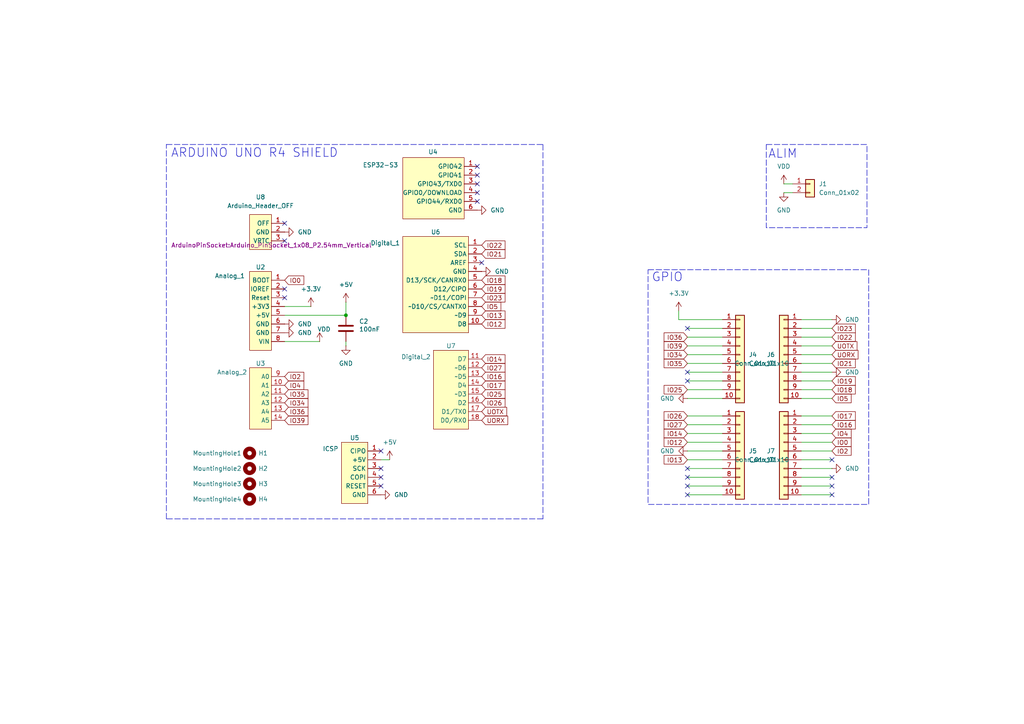
<source format=kicad_sch>
(kicad_sch (version 20250114) (generator "eeschema") (generator_version "9.0")
  (paper "A4")
  (title_block (title "D1R32InterfaceShield") (date "2025-11-04") (rev "1.0") (company "Florian Pasco"))
  (lib_symbols
    (symbol "Connector_Arduino:Arduino_Header_Analog_1"
      (property "Reference" "U" (at -5.08 6.35 0))
      (property "Value" "Arduino_Header_Analog_1" (at -2.54 8.89 0))
      (symbol "Arduino_Header_Analog_1_0_1"
        (rectangle (start -6.35 5.08) (end 0 -17.78) (fill (type background)))
      )
      (symbol "Arduino_Header_Analog_1_1_1"
        (pin input line (at 3.81 2.54 180) (length 3.81) (name "BOOT") (number "1"))
        (pin power_out line (at 3.81 0 180) (length 3.81) (name "IOREF") (number "2"))
        (pin input line (at 3.81 -2.54 180) (length 3.81) (name "Reset") (number "3"))
        (pin power_out line (at 3.81 -5.08 180) (length 3.81) (name "+3V3") (number "4"))
        (pin power_out line (at 3.81 -7.62 180) (length 3.81) (name "+5V") (number "5"))
        (pin power_out line (at 3.81 -10.16 180) (length 3.81) (name "GND") (number "6"))
        (pin power_out line (at 3.81 -12.7 180) (length 3.81) (name "GND") (number "7"))
        (pin power_out line (at 3.81 -15.24 180) (length 3.81) (name "VIN") (number "8"))
      )
    )
    (symbol "Connector_Arduino:Arduino_Header_Analog_2"
      (property "Reference" "U" (at -5.08 6.35 0))
      (property "Value" "Arduino_Header_Analog_2" (at -2.54 8.89 0))
      (symbol "Arduino_Header_Analog_2_0_1"
        (rectangle (start -6.35 5.08) (end 0 -12.7) (fill (type background)))
      )
      (symbol "Arduino_Header_Analog_2_1_1"
        (pin bidirectional line (at 3.81 2.54 180) (length 3.81) (name "A0") (number "9"))
        (pin bidirectional line (at 3.81 0 180) (length 3.81) (name "A1") (number "10"))
        (pin bidirectional line (at 3.81 -2.54 180) (length 3.81) (name "A2") (number "11"))
        (pin bidirectional line (at 3.81 -5.08 180) (length 3.81) (name "A3") (number "12"))
        (pin bidirectional line (at 3.81 -7.62 180) (length 3.81) (name "A4") (number "13"))
        (pin bidirectional line (at 3.81 -10.16 180) (length 3.81) (name "A5") (number "14"))
      )
    )
    (symbol "Connector_Arduino:Arduino_Header_Digital_1"
      (property "Reference" "U" (at -5.08 6.35 0))
      (property "Value" "Arduino_Header_Digital_1" (at -2.54 8.89 0))
      (symbol "Arduino_Header_Digital_1_0_1"
        (rectangle (start -19.05 5.08) (end 0 -22.86) (fill (type background)))
      )
      (symbol "Arduino_Header_Digital_1_1_1"
        (pin bidirectional line (at 3.81 2.54 180) (length 3.81) (name "SCL") (number "1"))
        (pin bidirectional line (at 3.81 0 180) (length 3.81) (name "SDA") (number "2"))
        (pin output line (at 3.81 -2.54 180) (length 3.81) (name "AREF") (number "3"))
        (pin power_out line (at 3.81 -5.08 180) (length 3.81) (name "GND") (number "4"))
        (pin bidirectional line (at 3.81 -7.62 180) (length 3.81) (name "D13/SCK/CANRX0") (number "5"))
        (pin bidirectional line (at 3.81 -10.16 180) (length 3.81) (name "D12/CIPO") (number "6"))
        (pin bidirectional line (at 3.81 -12.7 180) (length 3.81) (name "~D11/COPI") (number "7"))
        (pin bidirectional line (at 3.81 -15.24 180) (length 3.81) (name "~D10/CS/CANTX0") (number "8"))
        (pin bidirectional line (at 3.81 -17.78 180) (length 3.81) (name "~D9") (number "9"))
        (pin bidirectional line (at 3.81 -20.32 180) (length 3.81) (name "D8") (number "10"))
      )
    )
    (symbol "Connector_Arduino:Arduino_Header_Digital_2"
      (property "Reference" "U" (at -5.08 6.35 0))
      (property "Value" "Arduino_Header_Digital_2" (at -2.54 8.89 0))
      (symbol "Arduino_Header_Digital_2_0_1"
        (rectangle (start -10.16 5.08) (end 0 -17.78) (fill (type background)))
      )
      (symbol "Arduino_Header_Digital_2_1_1"
        (pin bidirectional line (at 3.81 2.54 180) (length 3.81) (name "D7") (number "11"))
        (pin bidirectional line (at 3.81 0 180) (length 3.81) (name "~D6") (number "12"))
        (pin bidirectional line (at 3.81 -2.54 180) (length 3.81) (name "~D5") (number "13"))
        (pin bidirectional line (at 3.81 -5.08 180) (length 3.81) (name "D4") (number "14"))
        (pin bidirectional line (at 3.81 -7.62 180) (length 3.81) (name "~D3") (number "15"))
        (pin bidirectional line (at 3.81 -10.16 180) (length 3.81) (name "D2") (number "16"))
        (pin bidirectional line (at 3.81 -12.7 180) (length 3.81) (name "D1/TX0") (number "17"))
        (pin bidirectional line (at 3.81 -15.24 180) (length 3.81) (name "D0/RX0") (number "18"))
      )
    )
    (symbol "Connector_Arduino:Arduino_Header_ESP32-S3"
      (property "Reference" "U" (at -5.08 6.35 0))
      (property "Value" "Arduino_Header_ESP32-S3" (at -2.54 8.89 0))
      (symbol "Arduino_Header_ESP32-S3_0_1"
        (rectangle (start -17.78 5.08) (end 0 -12.7) (fill (type background)))
      )
      (symbol "Arduino_Header_ESP32-S3_1_1"
        (pin bidirectional line (at 3.81 2.54 180) (length 3.81) (name "GPIO42") (number "1"))
        (pin bidirectional line (at 3.81 0 180) (length 3.81) (name "GPIO41") (number "2"))
        (pin bidirectional line (at 3.81 -2.54 180) (length 3.81) (name "GPIO43/TXD0") (number "3"))
        (pin bidirectional line (at 3.81 -5.08 180) (length 3.81) (name "GPIO0/DOWNLOAD") (number "4"))
        (pin bidirectional line (at 3.81 -7.62 180) (length 3.81) (name "GPIO44/RXD0") (number "5"))
        (pin power_out line (at 3.81 -10.16 180) (length 3.81) (name "GND") (number "6"))
      )
    )
    (symbol "Connector_Arduino:Arduino_Header_ICSP"
      (property "Reference" "U" (at -5.08 6.35 0))
      (property "Value" "Arduino_Header_ICSP" (at -2.54 8.89 0))
      (symbol "Arduino_Header_ICSP_0_1"
        (rectangle (start -7.62 5.08) (end 0 -12.7) (fill (type background)))
      )
      (symbol "Arduino_Header_ICSP_1_1"
        (pin bidirectional line (at 3.81 2.54 180) (length 3.81) (name "CIPO") (number "1"))
        (pin power_out line (at 3.81 0 180) (length 3.81) (name "+5V") (number "2"))
        (pin bidirectional line (at 3.81 -2.54 180) (length 3.81) (name "SCK") (number "3"))
        (pin bidirectional line (at 3.81 -5.08 180) (length 3.81) (name "COPI") (number "4"))
        (pin bidirectional line (at 3.81 -7.62 180) (length 3.81) (name "RESET") (number "5"))
        (pin power_out line (at 3.81 -10.16 180) (length 3.81) (name "GND") (number "6"))
      )
    )
    (symbol "Connector_Arduino:Arduino_Header_OFF"
      (property "Reference" "U" (at -5.08 6.35 0))
      (property "Value" "Arduino_Header_OFF" (at -2.54 8.89 0))
      (symbol "Arduino_Header_OFF_0_1"
        (rectangle (start -6.35 5.08) (end 0 -5.08) (fill (type background)))
      )
      (symbol "Arduino_Header_OFF_1_1"
        (pin input line (at 3.81 2.54 180) (length 3.81) (name "OFF") (number "1"))
        (pin power_out line (at 3.81 0 180) (length 3.81) (name "GND") (number "2"))
        (pin power_in line (at 3.81 -2.54 180) (length 3.81) (name "VRTC") (number "3"))
      )
    )
    (symbol "Connector_Generic:Conn_01x02" (pin_names (offset 1.016) (hide yes))
      (property "Reference" "J" (at 0 2.54 0))
      (property "Value" "Conn_01x02" (at 0 -5.08 0))
      (symbol "Conn_01x02_1_1"
        (rectangle (start -1.27 1.27) (end 1.27 -3.81) (stroke (width 0.254)) (fill (type background)))
        (rectangle (start -1.27 0.127) (end 0 -0.127) (stroke (width 0.1524)))
        (rectangle (start -1.27 -2.413) (end 0 -2.667) (stroke (width 0.1524)))
        (pin passive line (at -5.08 0 0) (length 3.81) (name "Pin_1") (number "1"))
        (pin passive line (at -5.08 -2.54 0) (length 3.81) (name "Pin_2") (number "2"))
      )
    )
    (symbol "Connector_Generic:Conn_01x10" (pin_names (offset 1.016) (hide yes))
      (property "Reference" "J" (at 0 12.7 0))
      (property "Value" "Conn_01x10" (at 0 -15.24 0))
      (symbol "Conn_01x10_1_1"
        (rectangle (start -1.27 11.43) (end 1.27 -13.97) (stroke (width 0.254)) (fill (type background)))
        (rectangle (start -1.27 10.287) (end 0 10.033) (stroke (width 0.1524)))
        (rectangle (start -1.27 7.747) (end 0 7.493) (stroke (width 0.1524)))
        (rectangle (start -1.27 5.207) (end 0 4.953) (stroke (width 0.1524)))
        (rectangle (start -1.27 2.667) (end 0 2.413) (stroke (width 0.1524)))
        (rectangle (start -1.27 0.127) (end 0 -0.127) (stroke (width 0.1524)))
        (rectangle (start -1.27 -2.413) (end 0 -2.667) (stroke (width 0.1524)))
        (rectangle (start -1.27 -4.953) (end 0 -5.207) (stroke (width 0.1524)))
        (rectangle (start -1.27 -7.493) (end 0 -7.747) (stroke (width 0.1524)))
        (rectangle (start -1.27 -10.033) (end 0 -10.287) (stroke (width 0.1524)))
        (rectangle (start -1.27 -12.573) (end 0 -12.827) (stroke (width 0.1524)))
        (pin passive line (at -5.08 10.16 0) (length 3.81) (name "Pin_1") (number "1"))
        (pin passive line (at -5.08 7.62 0) (length 3.81) (name "Pin_2") (number "2"))
        (pin passive line (at -5.08 5.08 0) (length 3.81) (name "Pin_3") (number "3"))
        (pin passive line (at -5.08 2.54 0) (length 3.81) (name "Pin_4") (number "4"))
        (pin passive line (at -5.08 0 0) (length 3.81) (name "Pin_5") (number "5"))
        (pin passive line (at -5.08 -2.54 0) (length 3.81) (name "Pin_6") (number "6"))
        (pin passive line (at -5.08 -5.08 0) (length 3.81) (name "Pin_7") (number "7"))
        (pin passive line (at -5.08 -7.62 0) (length 3.81) (name "Pin_8") (number "8"))
        (pin passive line (at -5.08 -10.16 0) (length 3.81) (name "Pin_9") (number "9"))
        (pin passive line (at -5.08 -12.7 0) (length 3.81) (name "Pin_10") (number "10"))
      )
    )
    (symbol "Device:C" (pin_numbers (hide yes)) (pin_names (offset 0.254))
      (property "Reference" "C" (at 0.635 2.54 0))
      (property "Value" "C" (at 0.635 -2.54 0))
      (symbol "C_0_1"
        (polyline (pts (xy -2.032 0.762) (xy 2.032 0.762)) (stroke (width 0.508)))
        (polyline (pts (xy -2.032 -0.762) (xy 2.032 -0.762)) (stroke (width 0.508)))
      )
      (symbol "C_1_1"
        (pin passive line (at 0 3.81 270) (length 2.794) (name "~") (number "1"))
        (pin passive line (at 0 -3.81 90) (length 2.794) (name "~") (number "2"))
      )
    )
    (symbol "Mechanical_Arduino:MountingHole_Arduino" (pin_names (offset 1.016))
      (property "Reference" "H" (at 0 5.08 0))
      (property "Value" "MountingHole_Arduino" (at 0 3.175 0))
      (symbol "MountingHole_Arduino_0_1"
        (circle (center 0 0) (radius 1.27) (stroke (width 1.27)))
      )
    )
    (symbol "power:+3.3V" (power) (pin_numbers (hide yes)) (pin_names (offset 0) (hide yes))
      (property "Value" "+3.3V" (at 0 3.556 0))
      (symbol "+3.3V_0_1"
        (polyline (pts (xy -0.762 1.27) (xy 0 2.54)))
        (polyline (pts (xy 0 2.54) (xy 0.762 1.27)))
        (polyline (pts (xy 0 0) (xy 0 2.54)))
      )
      (symbol "+3.3V_1_1"
        (pin power_in line (at 0 0 90) (length 0) (name "~") (number "1"))
      )
    )
    (symbol "power:+5V" (power) (pin_numbers (hide yes)) (pin_names (offset 0) (hide yes))
      (property "Value" "+5V" (at 0 3.556 0))
      (symbol "+5V_0_1"
        (polyline (pts (xy -0.762 1.27) (xy 0 2.54)))
        (polyline (pts (xy 0 2.54) (xy 0.762 1.27)))
        (polyline (pts (xy 0 0) (xy 0 2.54)))
      )
      (symbol "+5V_1_1"
        (pin power_in line (at 0 0 90) (length 0) (name "~") (number "1"))
      )
    )
    (symbol "power:GND" (power) (pin_numbers (hide yes)) (pin_names (offset 0) (hide yes))
      (property "Value" "GND" (at 0 -3.81 0))
      (symbol "GND_0_1"
        (polyline (pts (xy 0 0) (xy 0 -1.27) (xy 1.27 -1.27) (xy 0 -2.54) (xy -1.27 -1.27) (xy 0 -1.27)))
      )
      (symbol "GND_1_1"
        (pin power_in line (at 0 0 270) (length 0) (name "~") (number "1"))
      )
    )
    (symbol "power:VDD" (power) (pin_numbers (hide yes)) (pin_names (offset 0) (hide yes))
      (property "Value" "VDD" (at 0 3.556 0))
      (symbol "VDD_0_1"
        (polyline (pts (xy -0.762 1.27) (xy 0 2.54)))
        (polyline (pts (xy 0 2.54) (xy 0.762 1.27)))
        (polyline (pts (xy 0 0) (xy 0 2.54)))
      )
      (symbol "VDD_1_1"
        (pin power_in line (at 0 0 90) (length 0) (name "~") (number "1"))
      )
    )
  )
  (rectangle (start 187.96 78.232) (end 251.968 146.304) (stroke (width 0) (type dash)))
  (rectangle (start 222.25 41.91) (end 251.46 66.04) (stroke (width 0) (type dash)))
  (text "GPIO" (at 188.976 80.518 0) (effects (font (size 2.54 2.54)) (justify left)))
  (text "ARDUINO UNO R4 SHIELD\n" (at 49.53 44.45 0) (effects (font (size 2.54 2.54)) (justify left)))
  (text "ALIM" (at 222.758 44.704 0) (effects (font (size 2.54 2.54)) (justify left)))
  (junction (at 100.33 91.44))
  (no_connect (at 199.39 138.43))
  (no_connect (at 199.39 135.89))
  (no_connect (at 199.39 110.49))
  (no_connect (at 138.43 53.34))
  (no_connect (at 82.55 83.82))
  (no_connect (at 110.49 140.97))
  (no_connect (at 241.3 138.43))
  (no_connect (at 110.49 138.43))
  (no_connect (at 82.55 86.36))
  (no_connect (at 199.39 107.95))
  (no_connect (at 199.39 95.25))
  (no_connect (at 82.55 69.85))
  (no_connect (at 138.43 48.26))
  (no_connect (at 241.3 140.97))
  (no_connect (at 138.43 55.88))
  (no_connect (at 138.43 50.8))
  (no_connect (at 199.39 143.51))
  (no_connect (at 110.49 130.81))
  (no_connect (at 139.7 76.2))
  (no_connect (at 110.49 135.89))
  (no_connect (at 199.39 140.97))
  (no_connect (at 241.3 133.35))
  (no_connect (at 138.43 58.42))
  (no_connect (at 241.3 143.51))
  (no_connect (at 82.55 64.77))
  (wire (pts (xy 82.55 99.06) (xy 92.71 99.06)))
  (polyline (pts (xy 48.26 41.91) (xy 157.48 41.91)) (stroke (width 0) (type dash)))
  (wire (pts (xy 232.41 123.19) (xy 241.3 123.19)))
  (wire (pts (xy 241.3 143.51) (xy 232.41 143.51)))
  (wire (pts (xy 241.3 140.97) (xy 232.41 140.97)))
  (wire (pts (xy 199.39 125.73) (xy 209.55 125.73)))
  (wire (pts (xy 199.39 107.95) (xy 209.55 107.95)))
  (wire (pts (xy 232.41 110.49) (xy 241.3 110.49)))
  (wire (pts (xy 100.33 99.06) (xy 100.33 100.33)))
  (wire (pts (xy 199.39 102.87) (xy 209.55 102.87)))
  (wire (pts (xy 227.33 55.88) (xy 229.87 55.88)))
  (wire (pts (xy 90.17 88.9) (xy 82.55 88.9)))
  (wire (pts (xy 82.55 91.44) (xy 100.33 91.44)))
  (wire (pts (xy 241.3 138.43) (xy 232.41 138.43)))
  (wire (pts (xy 232.41 125.73) (xy 241.3 125.73)))
  (wire (pts (xy 100.33 87.63) (xy 100.33 91.44)))
  (polyline (pts (xy 157.48 41.91) (xy 157.48 150.495)) (stroke (width 0) (type dash)))
  (polyline (pts (xy 48.26 150.495) (xy 48.26 41.91)) (stroke (width 0) (type dash)))
  (wire (pts (xy 199.39 133.35) (xy 209.55 133.35)))
  (wire (pts (xy 232.41 120.65) (xy 241.3 120.65)))
  (wire (pts (xy 232.41 135.89) (xy 241.3 135.89)))
  (wire (pts (xy 227.33 53.34) (xy 229.87 53.34)))
  (wire (pts (xy 232.41 133.35) (xy 241.3 133.35)))
  (wire (pts (xy 199.39 140.97) (xy 209.55 140.97)))
  (wire (pts (xy 199.39 120.65) (xy 209.55 120.65)))
  (wire (pts (xy 199.39 143.51) (xy 209.55 143.51)))
  (wire (pts (xy 199.39 130.81) (xy 209.55 130.81)))
  (wire (pts (xy 196.85 90.17) (xy 196.85 92.71)))
  (wire (pts (xy 199.39 123.19) (xy 209.55 123.19)))
  (polyline (pts (xy 157.48 150.495) (xy 48.26 150.495)) (stroke (width 0) (type dash)))
  (wire (pts (xy 199.39 100.33) (xy 209.55 100.33)))
  (wire (pts (xy 199.39 105.41) (xy 209.55 105.41)))
  (wire (pts (xy 232.41 92.71) (xy 241.3 92.71)))
  (wire (pts (xy 199.39 97.79) (xy 209.55 97.79)))
  (wire (pts (xy 199.39 128.27) (xy 209.55 128.27)))
  (wire (pts (xy 199.39 115.57) (xy 209.55 115.57)))
  (wire (pts (xy 232.41 128.27) (xy 241.3 128.27)))
  (wire (pts (xy 113.03 133.35) (xy 110.49 133.35)))
  (wire (pts (xy 196.85 92.71) (xy 209.55 92.71)))
  (wire (pts (xy 199.39 95.25) (xy 209.55 95.25)))
  (wire (pts (xy 199.39 110.49) (xy 209.55 110.49)))
  (wire (pts (xy 232.41 105.41) (xy 241.3 105.41)))
  (wire (pts (xy 232.41 95.25) (xy 241.3 95.25)))
  (wire (pts (xy 232.41 130.81) (xy 241.3 130.81)))
  (wire (pts (xy 199.39 135.89) (xy 209.55 135.89)))
  (wire (pts (xy 199.39 138.43) (xy 209.55 138.43)))
  (wire (pts (xy 232.41 100.33) (xy 241.3 100.33)))
  (wire (pts (xy 232.41 115.57) (xy 241.3 115.57)))
  (wire (pts (xy 199.39 113.03) (xy 209.55 113.03)))
  (wire (pts (xy 232.41 102.87) (xy 241.3 102.87)))
  (wire (pts (xy 232.41 107.95) (xy 241.3 107.95)))
  (wire (pts (xy 232.41 97.79) (xy 241.3 97.79)))
  (wire (pts (xy 232.41 113.03) (xy 241.3 113.03)))
  (global_label "IO35" (shape input) (at 82.55 114.3 0) (property "Intersheetrefs" "${INTERSHEET_REFS}" (effects (hide yes))))
  (global_label "IO34" (shape input) (at 82.55 116.84 0) (property "Intersheetrefs" "${INTERSHEET_REFS}" (effects (hide yes))))
  (global_label "IO36" (shape input) (at 199.39 97.79 180) (property "Intersheetrefs" "${INTERSHEET_REFS}" (effects (hide yes))))
  (global_label "IO19" (shape input) (at 241.3 110.49 0) (property "Intersheetrefs" "${INTERSHEET_REFS}" (effects (hide yes))))
  (global_label "IO2" (shape input) (at 82.55 109.22 0) (property "Intersheetrefs" "${INTERSHEET_REFS}" (effects (hide yes))))
  (global_label "IO14" (shape input) (at 139.7 104.14 0) (property "Intersheetrefs" "${INTERSHEET_REFS}" (effects (hide yes))))
  (global_label "IO25" (shape input) (at 139.7 114.3 0) (property "Intersheetrefs" "${INTERSHEET_REFS}" (effects (hide yes))))
  (global_label "IO5" (shape input) (at 139.7 88.9 0) (property "Intersheetrefs" "${INTERSHEET_REFS}" (effects (hide yes))))
  (global_label "IO17" (shape input) (at 241.3 120.65 0) (property "Intersheetrefs" "${INTERSHEET_REFS}" (effects (hide yes))))
  (global_label "IO23" (shape input) (at 139.7 86.36 0) (property "Intersheetrefs" "${INTERSHEET_REFS}" (effects (hide yes))))
  (global_label "IO2" (shape input) (at 241.3 130.81 0) (property "Intersheetrefs" "${INTERSHEET_REFS}" (effects (hide yes))))
  (global_label "IO18" (shape input) (at 139.7 81.28 0) (property "Intersheetrefs" "${INTERSHEET_REFS}" (effects (hide yes))))
  (global_label "IO22" (shape input) (at 241.3 97.79 0) (property "Intersheetrefs" "${INTERSHEET_REFS}" (effects (hide yes))))
  (global_label "IO16" (shape input) (at 241.3 123.19 0) (property "Intersheetrefs" "${INTERSHEET_REFS}" (effects (hide yes))))
  (global_label "IO17" (shape input) (at 139.7 111.76 0) (property "Intersheetrefs" "${INTERSHEET_REFS}" (effects (hide yes))))
  (global_label "IO4" (shape input) (at 241.3 125.73 0) (property "Intersheetrefs" "${INTERSHEET_REFS}" (effects (hide yes))))
  (global_label "IO27" (shape input) (at 139.7 106.68 0) (property "Intersheetrefs" "${INTERSHEET_REFS}" (effects (hide yes))))
  (global_label "IO13" (shape input) (at 199.39 133.35 180) (property "Intersheetrefs" "${INTERSHEET_REFS}" (effects (hide yes))))
  (global_label "IO22" (shape input) (at 139.7 71.12 0) (property "Intersheetrefs" "${INTERSHEET_REFS}" (effects (hide yes))))
  (global_label "IO12" (shape input) (at 139.7 93.98 0) (property "Intersheetrefs" "${INTERSHEET_REFS}" (effects (hide yes))))
  (global_label "IO14" (shape input) (at 199.39 125.73 180) (property "Intersheetrefs" "${INTERSHEET_REFS}" (effects (hide yes))))
  (global_label "UORX" (shape input) (at 241.3 102.87 0) (property "Intersheetrefs" "${INTERSHEET_REFS}" (effects (hide yes))))
  (global_label "IO39" (shape input) (at 199.39 100.33 180) (property "Intersheetrefs" "${INTERSHEET_REFS}" (effects (hide yes))))
  (global_label "IO0" (shape input) (at 82.55 81.28 0) (property "Intersheetrefs" "${INTERSHEET_REFS}" (effects (hide yes))))
  (global_label "IO13" (shape input) (at 139.7 91.44 0) (property "Intersheetrefs" "${INTERSHEET_REFS}" (effects (hide yes))))
  (global_label "IO12" (shape input) (at 199.39 128.27 180) (property "Intersheetrefs" "${INTERSHEET_REFS}" (effects (hide yes))))
  (global_label "IO4" (shape input) (at 82.55 111.76 0) (property "Intersheetrefs" "${INTERSHEET_REFS}" (effects (hide yes))))
  (global_label "IO34" (shape input) (at 199.39 102.87 180) (property "Intersheetrefs" "${INTERSHEET_REFS}" (effects (hide yes))))
  (global_label "UORX" (shape input) (at 139.7 121.92 0) (property "Intersheetrefs" "${INTERSHEET_REFS}" (effects (hide yes))))
  (global_label "IO27" (shape input) (at 199.39 123.19 180) (property "Intersheetrefs" "${INTERSHEET_REFS}" (effects (hide yes))))
  (global_label "IO25" (shape input) (at 199.39 113.03 180) (property "Intersheetrefs" "${INTERSHEET_REFS}" (effects (hide yes))))
  (global_label "IO36" (shape input) (at 82.55 119.38 0) (property "Intersheetrefs" "${INTERSHEET_REFS}" (effects (hide yes))))
  (global_label "IO35" (shape input) (at 199.39 105.41 180) (property "Intersheetrefs" "${INTERSHEET_REFS}" (effects (hide yes))))
  (global_label "IO39" (shape input) (at 82.55 121.92 0) (property "Intersheetrefs" "${INTERSHEET_REFS}" (effects (hide yes))))
  (global_label "IO26" (shape input) (at 199.39 120.65 180) (property "Intersheetrefs" "${INTERSHEET_REFS}" (effects (hide yes))))
  (global_label "IO0" (shape input) (at 241.3 128.27 0) (property "Intersheetrefs" "${INTERSHEET_REFS}" (effects (hide yes))))
  (global_label "IO26" (shape input) (at 139.7 116.84 0) (property "Intersheetrefs" "${INTERSHEET_REFS}" (effects (hide yes))))
  (global_label "IO19" (shape input) (at 139.7 83.82 0) (property "Intersheetrefs" "${INTERSHEET_REFS}" (effects (hide yes))))
  (global_label "UOTX" (shape input) (at 139.7 119.38 0) (property "Intersheetrefs" "${INTERSHEET_REFS}" (effects (hide yes))))
  (global_label "IO5" (shape input) (at 241.3 115.57 0) (property "Intersheetrefs" "${INTERSHEET_REFS}" (effects (hide yes))))
  (global_label "IO18" (shape input) (at 241.3 113.03 0) (property "Intersheetrefs" "${INTERSHEET_REFS}" (effects (hide yes))))
  (global_label "IO21" (shape input) (at 139.7 73.66 0) (property "Intersheetrefs" "${INTERSHEET_REFS}" (effects (hide yes))))
  (global_label "UOTX" (shape input) (at 241.3 100.33 0) (property "Intersheetrefs" "${INTERSHEET_REFS}" (effects (hide yes))))
  (global_label "IO16" (shape input) (at 139.7 109.22 0) (property "Intersheetrefs" "${INTERSHEET_REFS}" (effects (hide yes))))
  (global_label "IO21" (shape input) (at 241.3 105.41 0) (property "Intersheetrefs" "${INTERSHEET_REFS}" (effects (hide yes))))
  (global_label "IO23" (shape input) (at 241.3 95.25 0) (property "Intersheetrefs" "${INTERSHEET_REFS}" (effects (hide yes))))
  (symbol (lib_id "Connector_Generic:Conn_01x10") (at 227.33 130.81 0) (mirror y) (unit 1)
    (property "Reference" "J7" (at 224.79 130.8099 0) (effects (justify left)))
    (property "Value" "Conn_01x10" (at 224.79 133.3499 0) (effects (justify left)))
    (property "Footprint" "Connector_JST:JST_SH_SM10B-SRSS-TB_1x10-1MP_P1.00mm_Horizontal" (effects (hide yes)))
    (property "Description" "Generic connector, single row, 01x10, script generated (kicad-library-utils/schlib/autogen/connector/)" (effects (hide yes)))
  )
  (symbol (lib_id "power:VDD") (at 92.71 99.06 0) (unit 1)
    (property "Reference" "#PWR017" (effects (hide yes)))
    (property "Value" "VDD" (at 93.98 95.504 0))
    (property "Description" "Power symbol creates a global label with name \"VDD\"" (effects (hide yes)))
  )
  (symbol (lib_id "power:GND") (at 241.3 107.95 90) (unit 1)
    (property "Reference" "#PWR06" (effects (hide yes)))
    (property "Value" "GND" (at 245.11 107.9499 90) (effects (justify right)))
    (property "Description" "Power symbol creates a global label with name \"GND\" , ground" (effects (hide yes)))
  )
  (symbol (lib_id "power:GND") (at 138.43 60.96 90) (unit 1)
    (property "Reference" "#PWR011" (effects (hide yes)))
    (property "Value" "GND" (at 142.24 60.9599 90) (effects (justify right)))
    (property "Description" "Power symbol creates a global label with name \"GND\" , ground" (effects (hide yes)))
  )
  (symbol (lib_id "power:GND") (at 199.39 115.57 270) (unit 1)
    (property "Reference" "#PWR08" (effects (hide yes)))
    (property "Value" "GND" (at 195.58 115.5699 90) (effects (justify right)))
    (property "Description" "Power symbol creates a global label with name \"GND\" , ground" (effects (hide yes)))
  )
  (symbol (lib_id "Connector_Generic:Conn_01x10") (at 214.63 102.87 0) (unit 1)
    (property "Reference" "J4" (at 217.17 102.8699 0) (effects (justify left)))
    (property "Value" "Conn_01x10" (at 217.17 105.4099 0) (effects (justify left)))
    (property "Footprint" "Connector_JST:JST_SH_SM10B-SRSS-TB_1x10-1MP_P1.00mm_Horizontal" (effects (hide yes)))
    (property "Description" "Generic connector, single row, 01x10, script generated (kicad-library-utils/schlib/autogen/connector/)" (effects (hide yes)))
  )
  (symbol (lib_id "power:GND") (at 82.55 67.31 90) (unit 1)
    (property "Reference" "#PWR012" (effects (hide yes)))
    (property "Value" "GND" (at 86.36 67.3099 90) (effects (justify right)))
    (property "Description" "Power symbol creates a global label with name \"GND\" , ground" (effects (hide yes)))
  )
  (symbol (lib_id "Connector_Generic:Conn_01x10") (at 214.63 130.81 0) (unit 1)
    (property "Reference" "J5" (at 217.17 130.8099 0) (effects (justify left)))
    (property "Value" "Conn_01x10" (at 217.17 133.3499 0) (effects (justify left)))
    (property "Footprint" "Connector_JST:JST_SH_SM10B-SRSS-TB_1x10-1MP_P1.00mm_Horizontal" (effects (hide yes)))
    (property "Description" "Generic connector, single row, 01x10, script generated (kicad-library-utils/schlib/autogen/connector/)" (effects (hide yes)))
  )
  (symbol (lib_id "Connector_Arduino:Arduino_Header_Digital_2") (at 135.89 106.68 0) (unit 1)
    (property "Reference" "U7" (at 130.81 100.33 0))
    (property "Value" "Digital_2" (at 120.65 103.505 0))
    (property "Footprint" "ArduinoPinSocket:Arduino_PinSocket_1x08_P2.54mm_Vertical" (effects (hide yes)))
  )
  (symbol (lib_id "power:GND") (at 110.49 143.51 90) (unit 1)
    (property "Reference" "#PWR013" (effects (hide yes)))
    (property "Value" "GND" (at 114.3 143.5099 90) (effects (justify right)))
    (property "Description" "Power symbol creates a global label with name \"GND\" , ground" (effects (hide yes)))
  )
  (symbol (lib_id "Mechanical_Arduino:MountingHole_Arduino") (at 72.39 144.78 0) (unit 1)
    (property "Reference" "H4" (at 74.93 144.78 0) (effects (justify left)))
    (property "Value" "MountingHole4" (at 55.88 144.78 0) (effects (justify left)))
    (property "Footprint" "ArduinoMountingHole:Arduino_MountingHole" (effects (hide yes)))
  )
  (symbol (lib_id "Connector_Generic:Conn_01x02") (at 234.95 53.34 0) (unit 1)
    (property "Reference" "J1" (at 237.49 53.3399 0) (effects (justify left)))
    (property "Value" "Conn_01x02" (at 237.49 55.8799 0) (effects (justify left)))
    (property "Footprint" "Connector_JST:JST_PH_S2B-PH-SM4-TB_1x02-1MP_P2.00mm_Horizontal" (effects (hide yes)))
    (property "Description" "Generic connector, single row, 01x02, script generated (kicad-library-utils/schlib/autogen/connector/)" (effects (hide yes)))
  )
  (symbol (lib_id "Connector_Arduino:Arduino_Header_ICSP") (at 106.68 133.35 0) (unit 1)
    (property "Reference" "U5" (at 102.87 127 0))
    (property "Value" "ICSP" (at 95.885 130.175 0))
    (property "Footprint" "ArduinoPinSocket:Arduino_PinSocket_2x03_P2.54mm_Vertical" (effects (hide yes)))
  )
  (symbol (lib_id "Connector_Arduino:Arduino_Header_Analog_2") (at 78.74 111.76 0) (unit 1)
    (property "Reference" "U3" (at 75.565 105.41 0))
    (property "Value" "Analog_2" (at 67.31 107.95 0))
    (property "Footprint" "ArduinoPinSocket:Arduino_PinSocket_1x06_P2.54mm_Vertical" (effects (hide yes)))
  )
  (symbol (lib_id "Connector_Arduino:Arduino_Header_Digital_1") (at 135.89 73.66 0) (unit 1)
    (property "Reference" "U6" (at 126.365 67.31 0))
    (property "Value" "Digital_1" (at 111.76 70.485 0))
    (property "Footprint" "ArduinoPinSocket:Arduino_PinSocket_1x10_P2.54mm_Vertical" (effects (hide yes)))
  )
  (symbol (lib_id "power:GND") (at 139.7 78.74 90) (unit 1)
    (property "Reference" "#PWR03" (effects (hide yes)))
    (property "Value" "GND" (at 143.51 78.7399 90) (effects (justify right)))
    (property "Description" "Power symbol creates a global label with name \"GND\" , ground" (effects (hide yes)))
  )
  (symbol (lib_id "Connector_Arduino:Arduino_Header_OFF") (at 78.74 67.31 0) (unit 1)
    (property "Reference" "U8" (at 75.565 57.15 0))
    (property "Value" "Arduino_Header_OFF" (at 75.565 59.69 0))
    (property "Footprint" "ArduinoPinSocket:Arduino_PinSocket_1x03_P2.54mm_Vertical" (effects (hide yes)))
  )
  (symbol (lib_id "Connector_Arduino:Arduino_Header_ESP32-S3") (at 134.62 50.8 0) (unit 1)
    (property "Reference" "U4" (at 125.5971 44.0527 0))
    (property "Value" "ESP32-S3" (at 110.3571 47.8627 0))
    (property "Footprint" "ArduinoPinSocket:Arduino_PinSocket_2x03_P2.54mm_Vertical" (effects (hide yes)))
  )
  (symbol (lib_id "Connector_Generic:Conn_01x10") (at 227.33 102.87 0) (mirror y) (unit 1)
    (property "Reference" "J6" (at 224.79 102.8699 0) (effects (justify left)))
    (property "Value" "Conn_01x10" (at 224.79 105.4099 0) (effects (justify left)))
    (property "Footprint" "Connector_JST:JST_SH_SM10B-SRSS-TB_1x10-1MP_P1.00mm_Horizontal" (effects (hide yes)))
    (property "Description" "Generic connector, single row, 01x10, script generated (kicad-library-utils/schlib/autogen/connector/)" (effects (hide yes)))
  )
  (symbol (lib_id "power:GND") (at 82.55 96.52 90) (unit 1)
    (property "Reference" "#PWR010" (effects (hide yes)))
    (property "Value" "GND" (at 86.36 96.5199 90) (effects (justify right)))
    (property "Description" "Power symbol creates a global label with name \"GND\" , ground" (effects (hide yes)))
  )
  (symbol (lib_id "power:GND") (at 82.55 93.98 90) (unit 1)
    (property "Reference" "#PWR09" (effects (hide yes)))
    (property "Value" "GND" (at 86.36 93.9799 90) (effects (justify right)))
    (property "Description" "Power symbol creates a global label with name \"GND\" , ground" (effects (hide yes)))
  )
  (symbol (lib_id "power:GND") (at 227.33 55.88 0) (unit 1)
    (property "Reference" "#PWR016" (effects (hide yes)))
    (property "Value" "GND" (at 227.33 60.96 0))
    (property "Description" "Power symbol creates a global label with name \"GND\" , ground" (effects (hide yes)))
  )
  (symbol (lib_id "power:GND") (at 241.3 135.89 90) (unit 1)
    (property "Reference" "#PWR014" (effects (hide yes)))
    (property "Value" "GND" (at 245.11 135.8899 90) (effects (justify right)))
    (property "Description" "Power symbol creates a global label with name \"GND\" , ground" (effects (hide yes)))
  )
  (symbol (lib_id "power:+5V") (at 113.03 133.35 0) (unit 1)
    (property "Reference" "#PWR019" (effects (hide yes)))
    (property "Value" "+5V" (at 113.03 128.27 0))
    (property "Description" "Power symbol creates a global label with name \"+5V\"" (effects (hide yes)))
  )
  (symbol (lib_id "power:VDD") (at 227.33 53.34 0) (unit 1)
    (property "Reference" "#PWR015" (effects (hide yes)))
    (property "Value" "VDD" (at 227.33 48.26 0))
    (property "Description" "Power symbol creates a global label with name \"VDD\"" (effects (hide yes)))
  )
  (symbol (lib_id "Device:C") (at 100.33 95.25 0) (unit 1)
    (property "Reference" "C2" (at 104.14 93.218 0) (effects (justify left)))
    (property "Value" "100nF" (at 104.14 95.504 0) (effects (justify left)))
    (property "Footprint" "Capacitor_SMD:C_0603_1608Metric_Pad1.08x0.95mm_HandSolder" (effects (hide yes)))
    (property "Description" "Unpolarized capacitor" (effects (hide yes)))
  )
  (symbol (lib_id "power:+3.3V") (at 90.17 88.9 0) (unit 1)
    (property "Reference" "#PWR020" (effects (hide yes)))
    (property "Value" "+3.3V" (at 90.17 83.82 0))
    (property "Description" "Power symbol creates a global label with name \"+3.3V\"" (effects (hide yes)))
  )
  (symbol (lib_id "Connector_Arduino:Arduino_Header_Analog_1") (at 78.74 83.82 0) (unit 1)
    (property "Reference" "U2" (at 75.565 77.47 0))
    (property "Value" "Analog_1" (at 66.675 80.01 0))
    (property "Footprint" "ArduinoPinSocket:Arduino_PinSocket_1x08_P2.54mm_Vertical" (at 78.74 71.12 0))
  )
  (symbol (lib_id "power:GND") (at 199.39 130.81 270) (unit 1)
    (property "Reference" "#PWR04" (effects (hide yes)))
    (property "Value" "GND" (at 195.58 130.8099 90) (effects (justify right)))
    (property "Description" "Power symbol creates a global label with name \"GND\" , ground" (effects (hide yes)))
  )
  (symbol (lib_id "Mechanical_Arduino:MountingHole_Arduino") (at 72.39 135.89 0) (unit 1)
    (property "Reference" "H2" (at 74.93 135.89 0) (effects (justify left)))
    (property "Value" "MountingHole2" (at 55.88 135.89 0) (effects (justify left)))
    (property "Footprint" "ArduinoMountingHole:Arduino_MountingHole" (effects (hide yes)))
  )
  (symbol (lib_id "Mechanical_Arduino:MountingHole_Arduino") (at 72.39 131.445 0) (unit 1)
    (property "Reference" "H1" (at 74.93 131.445 0) (effects (justify left)))
    (property "Value" "MountingHole1" (at 55.88 131.445 0) (effects (justify left)))
    (property "Footprint" "ArduinoMountingHole:Arduino_MountingHole" (effects (hide yes)))
  )
  (symbol (lib_id "power:+5V") (at 100.33 87.63 0) (unit 1)
    (property "Reference" "#PWR018" (effects (hide yes)))
    (property "Value" "+5V" (at 100.33 82.55 0))
    (property "Description" "Power symbol creates a global label with name \"+5V\"" (effects (hide yes)))
  )
  (symbol (lib_id "power:GND") (at 241.3 92.71 90) (unit 1)
    (property "Reference" "#PWR05" (effects (hide yes)))
    (property "Value" "GND" (at 245.11 92.7099 90) (effects (justify right)))
    (property "Description" "Power symbol creates a global label with name \"GND\" , ground" (effects (hide yes)))
  )
  (symbol (lib_id "Mechanical_Arduino:MountingHole_Arduino") (at 72.39 140.335 0) (unit 1)
    (property "Reference" "H3" (at 74.93 140.335 0) (effects (justify left)))
    (property "Value" "MountingHole3" (at 55.88 140.335 0) (effects (justify left)))
    (property "Footprint" "ArduinoMountingHole:Arduino_MountingHole" (effects (hide yes)))
  )
  (symbol (lib_id "power:+3.3V") (at 196.85 90.17 0) (unit 1)
    (property "Reference" "#PWR021" (effects (hide yes)))
    (property "Value" "+3.3V" (at 196.85 85.09 0))
    (property "Description" "Power symbol creates a global label with name \"+3.3V\"" (effects (hide yes)))
  )
  (symbol (lib_id "power:GND") (at 100.33 100.33 0) (unit 1)
    (property "Reference" "#PWR022" (effects (hide yes)))
    (property "Value" "GND" (at 100.33 105.41 0))
    (property "Description" "Power symbol creates a global label with name \"GND\" , ground" (effects (hide yes)))
  )
)
</source>
